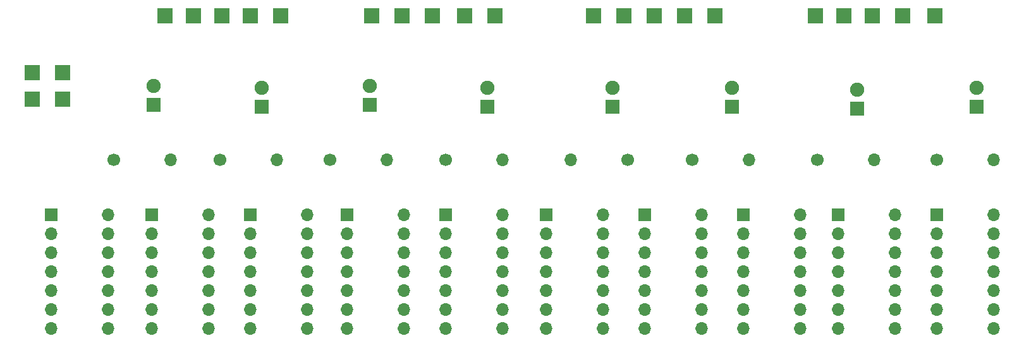
<source format=gbr>
%TF.GenerationSoftware,KiCad,Pcbnew,(5.1.6)-1*%
%TF.CreationDate,2020-12-20T18:33:49+01:00*%
%TF.ProjectId,Addierer,41646469-6572-4657-922e-6b696361645f,rev?*%
%TF.SameCoordinates,Original*%
%TF.FileFunction,Soldermask,Top*%
%TF.FilePolarity,Negative*%
%FSLAX46Y46*%
G04 Gerber Fmt 4.6, Leading zero omitted, Abs format (unit mm)*
G04 Created by KiCad (PCBNEW (5.1.6)-1) date 2020-12-20 18:33:49*
%MOMM*%
%LPD*%
G01*
G04 APERTURE LIST*
%ADD10R,2.100000X2.100000*%
%ADD11C,1.900000*%
%ADD12R,1.900000X1.900000*%
%ADD13C,1.700000*%
%ADD14O,1.700000X1.700000*%
%ADD15R,1.700000X1.700000*%
G04 APERTURE END LIST*
D10*
%TO.C,GND1*%
X59690000Y-109220000D03*
%TD*%
%TO.C,Vcc1*%
X59690000Y-105664000D03*
%TD*%
%TO.C,a1*%
X77216000Y-98044000D03*
%TD*%
%TO.C,a2*%
X105156000Y-98044000D03*
%TD*%
%TO.C,a3*%
X134874000Y-98044000D03*
%TD*%
%TO.C,a4*%
X164338000Y-98044000D03*
%TD*%
%TO.C,b1*%
X81026000Y-98044000D03*
%TD*%
%TO.C,b2*%
X109220000Y-98044000D03*
%TD*%
%TO.C,b3*%
X138938000Y-98044000D03*
%TD*%
%TO.C,b4*%
X168148000Y-98044000D03*
%TD*%
D11*
%TO.C,D1*%
X71882000Y-107442000D03*
D12*
X71882000Y-109982000D03*
%TD*%
D11*
%TO.C,D2*%
X86360000Y-107696000D03*
D12*
X86360000Y-110236000D03*
%TD*%
%TO.C,D3*%
X100838000Y-109982000D03*
D11*
X100838000Y-107442000D03*
%TD*%
D12*
%TO.C,D4*%
X116586000Y-110236000D03*
D11*
X116586000Y-107696000D03*
%TD*%
D12*
%TO.C,D5*%
X133350000Y-110236000D03*
D11*
X133350000Y-107696000D03*
%TD*%
%TO.C,D6*%
X149352000Y-107696000D03*
D12*
X149352000Y-110236000D03*
%TD*%
D11*
%TO.C,D7*%
X166116000Y-107950000D03*
D12*
X166116000Y-110490000D03*
%TD*%
%TO.C,D8*%
X182118000Y-110236000D03*
D11*
X182118000Y-107696000D03*
%TD*%
D10*
%TO.C,GND1*%
X55626000Y-109220000D03*
%TD*%
D13*
%TO.C,R1*%
X66548000Y-117348000D03*
D14*
X74168000Y-117348000D03*
%TD*%
%TO.C,R2*%
X88392000Y-117348000D03*
D13*
X80772000Y-117348000D03*
%TD*%
%TO.C,R3*%
X95504000Y-117348000D03*
D14*
X103124000Y-117348000D03*
%TD*%
%TO.C,R4*%
X118618000Y-117348000D03*
D13*
X110998000Y-117348000D03*
%TD*%
%TO.C,R5*%
X135382000Y-117348000D03*
D14*
X127762000Y-117348000D03*
%TD*%
%TO.C,R6*%
X151638000Y-117348000D03*
D13*
X144018000Y-117348000D03*
%TD*%
%TO.C,R7*%
X160782000Y-117348000D03*
D14*
X168402000Y-117348000D03*
%TD*%
D10*
%TO.C,S1*%
X84836000Y-98044000D03*
%TD*%
%TO.C,S2*%
X113538000Y-98044000D03*
%TD*%
%TO.C,S3*%
X143002000Y-98044000D03*
%TD*%
%TO.C,S4*%
X172212000Y-98044000D03*
%TD*%
D14*
%TO.C,U1*%
X65786000Y-124714000D03*
X58166000Y-139954000D03*
X65786000Y-127254000D03*
X58166000Y-137414000D03*
X65786000Y-129794000D03*
X58166000Y-134874000D03*
X65786000Y-132334000D03*
X58166000Y-132334000D03*
X65786000Y-134874000D03*
X58166000Y-129794000D03*
X65786000Y-137414000D03*
X58166000Y-127254000D03*
X65786000Y-139954000D03*
D15*
X58166000Y-124714000D03*
%TD*%
D14*
%TO.C,U2*%
X79248000Y-124714000D03*
X71628000Y-139954000D03*
X79248000Y-127254000D03*
X71628000Y-137414000D03*
X79248000Y-129794000D03*
X71628000Y-134874000D03*
X79248000Y-132334000D03*
X71628000Y-132334000D03*
X79248000Y-134874000D03*
X71628000Y-129794000D03*
X79248000Y-137414000D03*
X71628000Y-127254000D03*
X79248000Y-139954000D03*
D15*
X71628000Y-124714000D03*
%TD*%
%TO.C,U3*%
X84836000Y-124714000D03*
D14*
X92456000Y-139954000D03*
X84836000Y-127254000D03*
X92456000Y-137414000D03*
X84836000Y-129794000D03*
X92456000Y-134874000D03*
X84836000Y-132334000D03*
X92456000Y-132334000D03*
X84836000Y-134874000D03*
X92456000Y-129794000D03*
X84836000Y-137414000D03*
X92456000Y-127254000D03*
X84836000Y-139954000D03*
X92456000Y-124714000D03*
%TD*%
%TO.C,U4*%
X105410000Y-124714000D03*
X97790000Y-139954000D03*
X105410000Y-127254000D03*
X97790000Y-137414000D03*
X105410000Y-129794000D03*
X97790000Y-134874000D03*
X105410000Y-132334000D03*
X97790000Y-132334000D03*
X105410000Y-134874000D03*
X97790000Y-129794000D03*
X105410000Y-137414000D03*
X97790000Y-127254000D03*
X105410000Y-139954000D03*
D15*
X97790000Y-124714000D03*
%TD*%
%TO.C,U5*%
X110998000Y-124714000D03*
D14*
X118618000Y-139954000D03*
X110998000Y-127254000D03*
X118618000Y-137414000D03*
X110998000Y-129794000D03*
X118618000Y-134874000D03*
X110998000Y-132334000D03*
X118618000Y-132334000D03*
X110998000Y-134874000D03*
X118618000Y-129794000D03*
X110998000Y-137414000D03*
X118618000Y-127254000D03*
X110998000Y-139954000D03*
X118618000Y-124714000D03*
%TD*%
%TO.C,U6*%
X132080000Y-124714000D03*
X124460000Y-139954000D03*
X132080000Y-127254000D03*
X124460000Y-137414000D03*
X132080000Y-129794000D03*
X124460000Y-134874000D03*
X132080000Y-132334000D03*
X124460000Y-132334000D03*
X132080000Y-134874000D03*
X124460000Y-129794000D03*
X132080000Y-137414000D03*
X124460000Y-127254000D03*
X132080000Y-139954000D03*
D15*
X124460000Y-124714000D03*
%TD*%
%TO.C,U7*%
X137668000Y-124714000D03*
D14*
X145288000Y-139954000D03*
X137668000Y-127254000D03*
X145288000Y-137414000D03*
X137668000Y-129794000D03*
X145288000Y-134874000D03*
X137668000Y-132334000D03*
X145288000Y-132334000D03*
X137668000Y-134874000D03*
X145288000Y-129794000D03*
X137668000Y-137414000D03*
X145288000Y-127254000D03*
X137668000Y-139954000D03*
X145288000Y-124714000D03*
%TD*%
%TO.C,U8*%
X158496000Y-124714000D03*
X150876000Y-139954000D03*
X158496000Y-127254000D03*
X150876000Y-137414000D03*
X158496000Y-129794000D03*
X150876000Y-134874000D03*
X158496000Y-132334000D03*
X150876000Y-132334000D03*
X158496000Y-134874000D03*
X150876000Y-129794000D03*
X158496000Y-137414000D03*
X150876000Y-127254000D03*
X158496000Y-139954000D03*
D15*
X150876000Y-124714000D03*
%TD*%
%TO.C,U9*%
X163576000Y-124714000D03*
D14*
X171196000Y-139954000D03*
X163576000Y-127254000D03*
X171196000Y-137414000D03*
X163576000Y-129794000D03*
X171196000Y-134874000D03*
X163576000Y-132334000D03*
X171196000Y-132334000D03*
X163576000Y-134874000D03*
X171196000Y-129794000D03*
X163576000Y-137414000D03*
X171196000Y-127254000D03*
X163576000Y-139954000D03*
X171196000Y-124714000D03*
%TD*%
D15*
%TO.C,U10*%
X176784000Y-124714000D03*
D14*
X184404000Y-139954000D03*
X176784000Y-127254000D03*
X184404000Y-137414000D03*
X176784000Y-129794000D03*
X184404000Y-134874000D03*
X176784000Y-132334000D03*
X184404000Y-132334000D03*
X176784000Y-134874000D03*
X184404000Y-129794000D03*
X176784000Y-137414000D03*
X184404000Y-127254000D03*
X176784000Y-139954000D03*
X184404000Y-124714000D03*
%TD*%
D10*
%TO.C,Un1*%
X73406000Y-98044000D03*
%TD*%
%TO.C,Un2*%
X101092000Y-98044000D03*
%TD*%
%TO.C,Un3*%
X130810000Y-98044000D03*
%TD*%
%TO.C,Un4*%
X160528000Y-98044000D03*
%TD*%
%TO.C,Vcc1*%
X55626000Y-105664000D03*
%TD*%
%TO.C,\u00DCn+1*%
X88900000Y-98044000D03*
%TD*%
%TO.C,\u00DCn+2*%
X117602000Y-98044000D03*
%TD*%
%TO.C,\u00DCn+3*%
X147066000Y-98044000D03*
%TD*%
%TO.C,\u00DCn+4*%
X176530000Y-98044000D03*
%TD*%
D13*
%TO.C,R8*%
X176784000Y-117348000D03*
D14*
X184404000Y-117348000D03*
%TD*%
M02*

</source>
